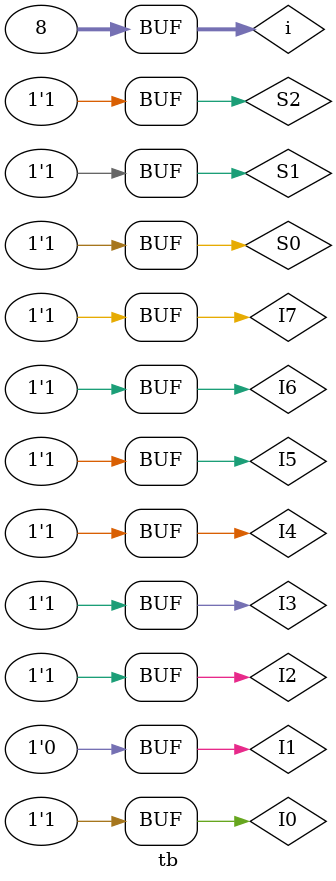
<source format=v>

module q3 (output y,
	   input i0,i1,i2,i3,i4,i5,i6,i7, s0,s1,s2);

  wire a,b,c,d,e,f;

  //mux1
  wire a1,a2,s0b;
  not (s0b, s0);
  and (a1, i1, s0);
  and (a2, s0b, i0);
  or (a, a1, a2);

  //mux2
  wire b1,b2;
  and (b1, i3, s0);
  and (b2, s0b, i2);
  or (b, b1, b2);

  //mux3
  wire c1,c2;
  and (c1, i5, s0);
  and (c2, s0b, i4);
  or (c, c1,c2);

  //mux4
  wire d1,d2;
  and (d1, i7, s0);
  and (d2, s0b, i6);
  or (d, d1, d2);


  //mux2.1
  wire e1, e2, s1b;
  not (s1b, s1);
  and (e1, b, s1);
  and (e2, s1b, a);
  or (e, e1, e2);

  //mux2.1
  wire f1, f2;
  and (f1, d, s1);
  and (f2, s1b, c);
  or (f, f1, f2);

  //final mux
  wire y1, y2, s2b;
  not (s2b, s2);
  and (y1, f, s2);
  and (y2, s2b, e);
  or (y, y1, y2);

endmodule

//testbench

module tb;
  wire Y;
  reg I0,I1,I2,I3,I4,I5,I6,I7, S0,S1,S2;
  integer i;

  q3 i1 (.i0(I0), .i1(I1), .i2(I2), .i3(I3), .i4(I4), .i5(I5), .i6(I6), .i7(I7), .s0(S0), .s1(S1), .s2(S2), .y(Y));

initial
	begin
		S0 <= 1'b0;
		S1 <= 1'b0;
		S2 <= 1'b0;
		
		I0 <= 1'b1;
		I1 <= 1'b0;
		I2 <= 1'b1;
		I3 <= 1'b1;
		I4 <= 1'b1;
		I5 <= 1'b1;
		I6 <= 1'b1;
		I7 <= 1'b1;

      $monitor("time=%t, s2=%b, s1=%b, s0=%b, y=%b", $time, S2, S1, S0, Y);

	for(i=0; i<8; i=i+1)
		begin
			{S2,S1,S0} = i;
			#10;
		end		
		
	end
endmodule

</source>
